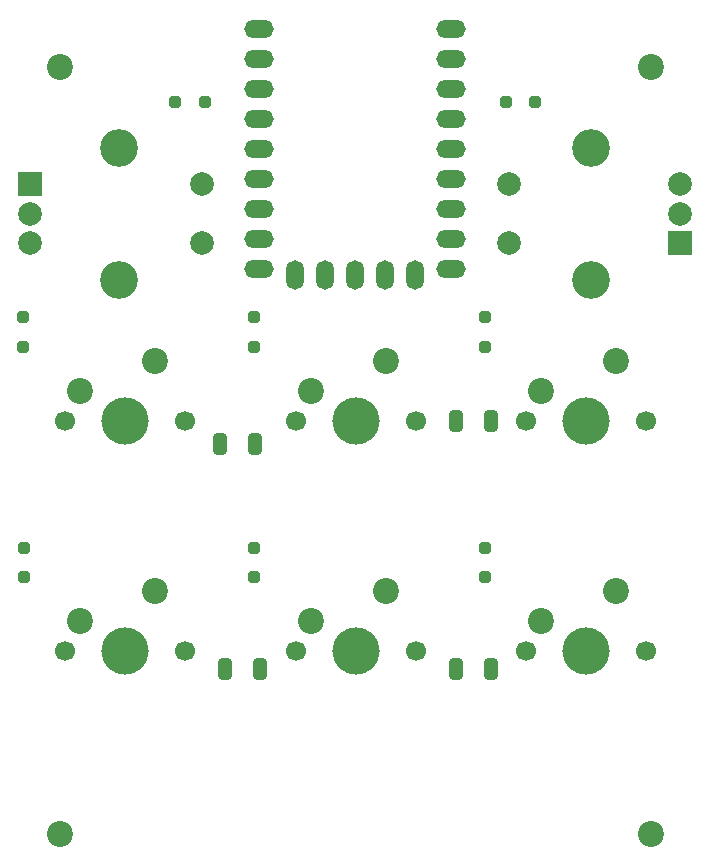
<source format=gbr>
%TF.GenerationSoftware,KiCad,Pcbnew,8.0.5*%
%TF.CreationDate,2025-01-14T19:01:26+01:00*%
%TF.ProjectId,rp_2040_pad_pre,72705f32-3034-4305-9f70-61645f707265,rev?*%
%TF.SameCoordinates,Original*%
%TF.FileFunction,Soldermask,Top*%
%TF.FilePolarity,Negative*%
%FSLAX46Y46*%
G04 Gerber Fmt 4.6, Leading zero omitted, Abs format (unit mm)*
G04 Created by KiCad (PCBNEW 8.0.5) date 2025-01-14 19:01:26*
%MOMM*%
%LPD*%
G01*
G04 APERTURE LIST*
G04 Aperture macros list*
%AMRoundRect*
0 Rectangle with rounded corners*
0 $1 Rounding radius*
0 $2 $3 $4 $5 $6 $7 $8 $9 X,Y pos of 4 corners*
0 Add a 4 corners polygon primitive as box body*
4,1,4,$2,$3,$4,$5,$6,$7,$8,$9,$2,$3,0*
0 Add four circle primitives for the rounded corners*
1,1,$1+$1,$2,$3*
1,1,$1+$1,$4,$5*
1,1,$1+$1,$6,$7*
1,1,$1+$1,$8,$9*
0 Add four rect primitives between the rounded corners*
20,1,$1+$1,$2,$3,$4,$5,0*
20,1,$1+$1,$4,$5,$6,$7,0*
20,1,$1+$1,$6,$7,$8,$9,0*
20,1,$1+$1,$8,$9,$2,$3,0*%
G04 Aperture macros list end*
%ADD10C,2.000000*%
%ADD11C,3.200000*%
%ADD12R,2.000000X2.000000*%
%ADD13C,2.200000*%
%ADD14C,1.700000*%
%ADD15C,4.000000*%
%ADD16RoundRect,0.250000X-0.250000X-0.250000X0.250000X-0.250000X0.250000X0.250000X-0.250000X0.250000X0*%
%ADD17RoundRect,0.250000X-0.250000X0.250000X-0.250000X-0.250000X0.250000X-0.250000X0.250000X0.250000X0*%
%ADD18RoundRect,0.250000X0.250000X0.250000X-0.250000X0.250000X-0.250000X-0.250000X0.250000X-0.250000X0*%
%ADD19RoundRect,0.250000X0.325000X0.650000X-0.325000X0.650000X-0.325000X-0.650000X0.325000X-0.650000X0*%
%ADD20O,2.500000X1.500000*%
%ADD21O,1.500000X2.500000*%
G04 APERTURE END LIST*
D10*
%TO.C,SW8*%
X162975000Y-84975000D03*
X162975000Y-79975000D03*
D11*
X169975000Y-76875000D03*
X169975000Y-88075000D03*
D10*
X177475000Y-82475000D03*
X177475000Y-79975000D03*
D12*
X177475000Y-84975000D03*
%TD*%
D13*
%TO.C,SW7*%
X165690000Y-116960000D03*
X172040000Y-114420000D03*
D14*
X174580000Y-119500000D03*
D15*
X169500000Y-119500000D03*
D14*
X164420000Y-119500000D03*
%TD*%
D13*
%TO.C,SW6*%
X165690000Y-97460000D03*
X172040000Y-94920000D03*
D14*
X174580000Y-100000000D03*
D15*
X169500000Y-100000000D03*
D14*
X164420000Y-100000000D03*
%TD*%
D13*
%TO.C,SW5*%
X146190000Y-116960000D03*
X152540000Y-114420000D03*
D14*
X155080000Y-119500000D03*
D15*
X150000000Y-119500000D03*
D14*
X144920000Y-119500000D03*
%TD*%
D13*
%TO.C,SW4*%
X146190000Y-97460000D03*
X152540000Y-94920000D03*
D14*
X155080000Y-100000000D03*
D15*
X150000000Y-100000000D03*
D14*
X144920000Y-100000000D03*
%TD*%
D10*
%TO.C,SW3*%
X136975000Y-79975000D03*
X136975000Y-84975000D03*
D11*
X129975000Y-88075000D03*
X129975000Y-76875000D03*
D10*
X122475000Y-82475000D03*
X122475000Y-84975000D03*
D12*
X122475000Y-79975000D03*
%TD*%
D13*
%TO.C,SW2*%
X126690000Y-116960000D03*
X133040000Y-114420000D03*
D14*
X135580000Y-119500000D03*
D15*
X130500000Y-119500000D03*
D14*
X125420000Y-119500000D03*
%TD*%
D13*
%TO.C,SW1*%
X126690000Y-97460000D03*
X133040000Y-94920000D03*
D14*
X135580000Y-100000000D03*
D15*
X130500000Y-100000000D03*
D14*
X125420000Y-100000000D03*
%TD*%
D13*
%TO.C,H4*%
X175000000Y-135000000D03*
%TD*%
%TO.C,H3*%
X125000000Y-134950000D03*
%TD*%
%TO.C,H2*%
X175000000Y-70000000D03*
%TD*%
%TO.C,H1*%
X125000000Y-70000000D03*
%TD*%
D16*
%TO.C,D12*%
X165225000Y-72975000D03*
X162725000Y-72975000D03*
%TD*%
D17*
%TO.C,D10*%
X160925000Y-113225000D03*
X160925000Y-110725000D03*
%TD*%
%TO.C,D9*%
X160925000Y-93725000D03*
X160925000Y-91225000D03*
%TD*%
D18*
%TO.C,D7*%
X134725000Y-72975000D03*
X137225000Y-72975000D03*
%TD*%
D17*
%TO.C,D6*%
X141425000Y-113225000D03*
X141425000Y-110725000D03*
%TD*%
%TO.C,D5*%
X141425000Y-93725000D03*
X141425000Y-91225000D03*
%TD*%
%TO.C,D4*%
X121925000Y-113225000D03*
X121925000Y-110725000D03*
%TD*%
%TO.C,D3*%
X121825000Y-93735000D03*
X121825000Y-91235000D03*
%TD*%
D19*
%TO.C,C20*%
X141925000Y-120975000D03*
X138975000Y-120975000D03*
%TD*%
%TO.C,C17*%
X161450000Y-120975000D03*
X158500000Y-120975000D03*
%TD*%
%TO.C,C13*%
X161450000Y-99975000D03*
X158500000Y-99975000D03*
%TD*%
%TO.C,C3*%
X141450000Y-101975000D03*
X138500000Y-101975000D03*
%TD*%
D20*
%TO.C,U1*%
X141855000Y-66815000D03*
X141855000Y-69355000D03*
X141855000Y-71895000D03*
X141855000Y-74435000D03*
X141855000Y-76975000D03*
X141855000Y-79515000D03*
X141855000Y-82055000D03*
X141855000Y-84595000D03*
X141855000Y-87135000D03*
D21*
X144895000Y-87635000D03*
X147435000Y-87635000D03*
X149975000Y-87635000D03*
X152515000Y-87635000D03*
X155055000Y-87635000D03*
D20*
X158095000Y-87135000D03*
X158095000Y-84595000D03*
X158095000Y-82055000D03*
X158095000Y-79515000D03*
X158095000Y-76975000D03*
X158095000Y-74435000D03*
X158095000Y-71895000D03*
X158095000Y-69355000D03*
X158095000Y-66815000D03*
%TD*%
M02*

</source>
